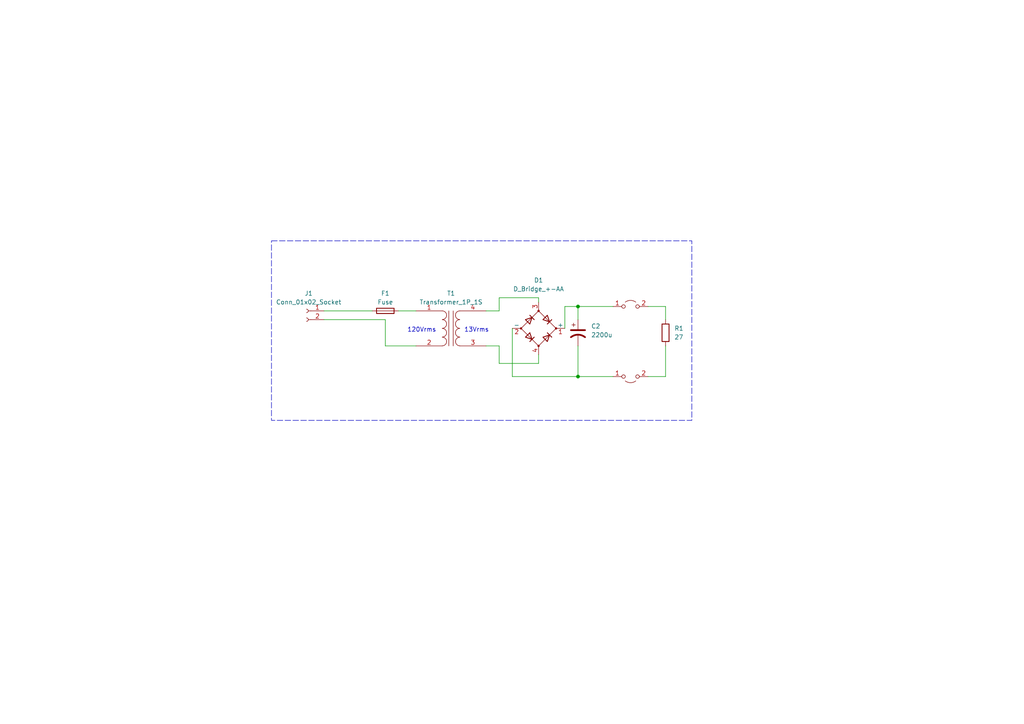
<source format=kicad_sch>
(kicad_sch (version 20230121) (generator eeschema)
  (paper "A4")
  (lib_symbols
    (symbol "Connector:Conn_01x02_Socket" (pin_names (offset 1.016) hide)
      (property "Reference" "J" (at 0 2.54 0))
      (property "Value" "Conn_01x02_Socket" (at 0 -5.08 0))
      (symbol "Conn_01x02_Socket_1_1"
        (arc (start 0 -2.032) (mid -0.5058 -2.54) (end 0 -3.048) (stroke (width 0.1524)))
        (polyline (pts (xy -1.27 -2.54) (xy -0.508 -2.54)) (stroke (width 0.1524)))
        (polyline (pts (xy -1.27 0) (xy -0.508 0)) (stroke (width 0.1524)))
        (arc (start 0 0.508) (mid -0.5058 0) (end 0 -0.508) (stroke (width 0.1524)))
        (pin passive line (at -5.08 0 0) (length 3.81) (name "Pin_1") (number "1"))
        (pin passive line (at -5.08 -2.54 0) (length 3.81) (name "Pin_2") (number "2"))
      )
    )
    (symbol "Device:C_Polarized_US" (pin_numbers hide) (pin_names (offset 0.254) hide)
      (property "Reference" "C" (at 0.635 2.54 0))
      (property "Value" "C_Polarized_US" (at 0.635 -2.54 0))
      (symbol "C_Polarized_US_0_1"
        (polyline (pts (xy -2.032 0.762) (xy 2.032 0.762)) (stroke (width 0.508)))
        (polyline (pts (xy -1.778 2.286) (xy -0.762 2.286)))
        (polyline (pts (xy -1.27 1.778) (xy -1.27 2.794)))
        (arc (start 2.032 -1.27) (mid 0 -0.5572) (end -2.032 -1.27) (stroke (width 0.508)))
      )
      (symbol "C_Polarized_US_1_1"
        (pin passive line (at 0 3.81 270) (length 2.794) (name "~") (number "1"))
        (pin passive line (at 0 -3.81 90) (length 3.302) (name "~") (number "2"))
      )
    )
    (symbol "Device:D_Bridge_+-AA" (pin_names (offset 0))
      (property "Reference" "D" (at 2.54 6.985 0))
      (property "Value" "D_Bridge_+-AA" (at 2.54 5.08 0))
      (symbol "D_Bridge_+-AA_0_1"
        (circle (center -5.08 0) (radius 0.254) (fill (type outline)))
        (circle (center 0 -5.08) (radius 0.254) (fill (type outline)))
        (polyline (pts (xy -2.54 3.81) (xy -1.27 2.54)) (stroke (width 0.254)))
        (polyline (pts (xy -1.27 -2.54) (xy -2.54 -3.81)) (stroke (width 0.254)))
        (polyline (pts (xy 2.54 -1.27) (xy 3.81 -2.54)) (stroke (width 0.254)))
        (polyline (pts (xy 2.54 1.27) (xy 3.81 2.54)) (stroke (width 0.254)))
        (polyline (pts (xy -3.81 2.54) (xy -2.54 1.27) (xy -1.905 3.175) (xy -3.81 2.54)) (stroke (width 0.254)))
        (polyline (pts (xy -2.54 -1.27) (xy -3.81 -2.54) (xy -1.905 -3.175) (xy -2.54 -1.27)) (stroke (width 0.254)))
        (polyline (pts (xy 1.27 2.54) (xy 2.54 3.81) (xy 3.175 1.905) (xy 1.27 2.54)) (stroke (width 0.254)))
        (polyline (pts (xy 3.175 -1.905) (xy 1.27 -2.54) (xy 2.54 -3.81) (xy 3.175 -1.905)) (stroke (width 0.254)))
        (polyline (pts (xy -5.08 0) (xy 0 -5.08) (xy 5.08 0) (xy 0 5.08) (xy -5.08 0)))
        (circle (center 0 5.08) (radius 0.254) (fill (type outline)))
        (circle (center 5.08 0) (radius 0.254) (fill (type outline)))
      )
      (symbol "D_Bridge_+-AA_1_1"
        (pin passive line (at 7.62 0 180) (length 2.54) (name "+") (number "1"))
        (pin passive line (at -7.62 0 0) (length 2.54) (name "-") (number "2"))
        (pin passive line (at 0 7.62 270) (length 2.54) (name "~") (number "3"))
        (pin passive line (at 0 -7.62 90) (length 2.54) (name "~") (number "4"))
      )
    )
    (symbol "Device:Fuse" (pin_numbers hide) (pin_names (offset 0))
      (property "Reference" "F" (at 2.032 0 90))
      (property "Value" "Fuse" (at -1.905 0 90))
      (symbol "Fuse_0_1"
        (rectangle (start -0.762 -2.54) (end 0.762 2.54) (stroke (width 0.254)))
        (polyline (pts (xy 0 2.54) (xy 0 -2.54)))
      )
      (symbol "Fuse_1_1"
        (pin passive line (at 0 3.81 270) (length 1.27) (name "~") (number "1"))
        (pin passive line (at 0 -3.81 90) (length 1.27) (name "~") (number "2"))
      )
    )
    (symbol "Device:R" (pin_numbers hide) (pin_names (offset 0))
      (property "Reference" "R" (at 2.032 0 90))
      (property "Value" "R" (at 0 0 90))
      (symbol "R_0_1"
        (rectangle (start -1.016 -2.54) (end 1.016 2.54) (stroke (width 0.254)))
      )
      (symbol "R_1_1"
        (pin passive line (at 0 3.81 270) (length 1.27) (name "~") (number "1"))
        (pin passive line (at 0 -3.81 90) (length 1.27) (name "~") (number "2"))
      )
    )
    (symbol "Device:Transformer_1P_1S" (pin_names (offset 1.016) hide)
      (property "Reference" "T" (at 0 6.35 0))
      (property "Value" "Transformer_1P_1S" (at 0 -7.62 0))
      (symbol "Transformer_1P_1S_0_1"
        (arc (start -2.54 -5.0546) (mid -1.6599 -4.6901) (end -1.27 -3.81))
        (arc (start -2.54 -2.5146) (mid -1.6599 -2.1501) (end -1.27 -1.27))
        (arc (start -2.54 0.0254) (mid -1.6599 0.3899) (end -1.27 1.27))
        (arc (start -2.54 2.5654) (mid -1.6599 2.9299) (end -1.27 3.81))
        (arc (start -1.27 -3.81) (mid -1.642 -2.912) (end -2.54 -2.54))
        (arc (start -1.27 -1.27) (mid -1.642 -0.372) (end -2.54 0))
        (arc (start -1.27 1.27) (mid -1.642 2.168) (end -2.54 2.54))
        (arc (start -1.27 3.81) (mid -1.642 4.708) (end -2.54 5.08))
        (polyline (pts (xy -0.635 5.08) (xy -0.635 -5.08)))
        (polyline (pts (xy 0.635 -5.08) (xy 0.635 5.08)))
        (arc (start 1.2954 -1.27) (mid 1.6599 -2.1501) (end 2.54 -2.5146))
        (arc (start 1.2954 1.27) (mid 1.6599 0.3899) (end 2.54 0.0254))
        (arc (start 1.2954 3.81) (mid 1.6599 2.9299) (end 2.54 2.5654))
        (arc (start 1.3208 -3.81) (mid 1.6853 -4.6901) (end 2.5654 -5.0546))
        (arc (start 2.54 0) (mid 1.642 -0.372) (end 1.2954 -1.27))
        (arc (start 2.54 2.54) (mid 1.642 2.168) (end 1.2954 1.27))
        (arc (start 2.54 5.08) (mid 1.642 4.708) (end 1.2954 3.81))
        (arc (start 2.5654 -2.54) (mid 1.6674 -2.912) (end 1.3208 -3.81))
      )
      (symbol "Transformer_1P_1S_1_1"
        (pin passive line (at -10.16 5.08 0) (length 7.62) (name "AA") (number "1"))
        (pin passive line (at -10.16 -5.08 0) (length 7.62) (name "AB") (number "2"))
        (pin passive line (at 10.16 -5.08 180) (length 7.62) (name "SA") (number "3"))
        (pin passive line (at 10.16 5.08 180) (length 7.62) (name "SB") (number "4"))
      )
    )
    (symbol "Jumper:Jumper_2_Open" (pin_names (offset 0) hide)
      (property "Reference" "JP" (at 0 2.794 0))
      (property "Value" "Jumper_2_Open" (at 0 -2.286 0))
      (symbol "Jumper_2_Open_0_0"
        (circle (center -2.032 0) (radius 0.508))
        (circle (center 2.032 0) (radius 0.508))
      )
      (symbol "Jumper_2_Open_0_1"
        (arc (start 1.524 1.27) (mid 0 1.778) (end -1.524 1.27))
      )
      (symbol "Jumper_2_Open_1_1"
        (pin passive line (at -5.08 0 0) (length 2.54) (name "A") (number "1"))
        (pin passive line (at 5.08 0 180) (length 2.54) (name "B") (number "2"))
      )
    )
  )
  (junction (at 167.64 88.9))
  (junction (at 167.64 109.22))
  (wire (pts (xy 156.21 86.36) (xy 144.78 86.36)))
  (wire (pts (xy 163.83 88.9) (xy 167.64 88.9)))
  (wire (pts (xy 144.78 105.41) (xy 156.21 105.41)))
  (wire (pts (xy 148.59 109.22) (xy 167.64 109.22)))
  (wire (pts (xy 167.64 88.9) (xy 177.8 88.9)))
  (wire (pts (xy 193.04 88.9) (xy 193.04 92.71)))
  (wire (pts (xy 167.64 100.33) (xy 167.64 109.22)))
  (wire (pts (xy 111.76 100.33) (xy 120.65 100.33)))
  (wire (pts (xy 144.78 86.36) (xy 144.78 90.17)))
  (wire (pts (xy 144.78 90.17) (xy 140.97 90.17)))
  (wire (pts (xy 148.59 95.25) (xy 148.59 109.22)))
  (wire (pts (xy 163.83 95.25) (xy 163.83 88.9)))
  (wire (pts (xy 93.98 92.71) (xy 111.76 92.71)))
  (wire (pts (xy 167.64 88.9) (xy 167.64 92.71)))
  (wire (pts (xy 156.21 105.41) (xy 156.21 102.87)))
  (wire (pts (xy 93.98 90.17) (xy 107.95 90.17)))
  (wire (pts (xy 144.78 100.33) (xy 144.78 105.41)))
  (wire (pts (xy 111.76 92.71) (xy 111.76 100.33)))
  (wire (pts (xy 167.64 109.22) (xy 177.8 109.22)))
  (wire (pts (xy 156.21 87.63) (xy 156.21 86.36)))
  (wire (pts (xy 193.04 109.22) (xy 193.04 100.33)))
  (wire (pts (xy 140.97 100.33) (xy 144.78 100.33)))
  (wire (pts (xy 187.96 109.22) (xy 193.04 109.22)))
  (wire (pts (xy 187.96 88.9) (xy 193.04 88.9)))
  (wire (pts (xy 115.57 90.17) (xy 120.65 90.17)))
  (rectangle (start 78.74 69.85) (end 200.66 121.92) (stroke (width 0) (type dash)))
  (text "120Vrms" (at 118.11 96.52 0) (effects (font (size 1.27 1.27)) (justify left bottom)))
  (text "13Vrms" (at 134.62 96.52 0) (effects (font (size 1.27 1.27)) (justify left bottom)))
  (symbol (lib_id "Jumper:Jumper_2_Open") (at 182.88 88.9 0) (unit 1)
    (property "Reference" "JP1" (effects hide))
    (property "Value" "Jumper_2_Open" (effects hide))
  )
  (symbol (lib_id "Device:Transformer_1P_1S") (at 130.81 95.25 0) (unit 1)
    (property "Reference" "T1" (at 130.8227 85.09 0))
    (property "Value" "Transformer_1P_1S" (at 130.8227 87.63 0))
  )
  (symbol (lib_id "Device:Fuse") (at 111.76 90.17 90) (unit 1)
    (property "Reference" "F1" (at 111.76 85.09 90))
    (property "Value" "Fuse" (at 111.76 87.63 90))
  )
  (symbol (lib_id "Jumper:Jumper_2_Open") (at 182.88 109.22 0) (mirror x) (unit 1)
    (property "Reference" "JP2" (effects hide))
    (property "Value" "Jumper_2_Open" (effects hide))
  )
  (symbol (lib_id "Device:C_Polarized_US") (at 167.64 96.52 0) (unit 1)
    (property "Reference" "C2" (at 171.45 94.615 0) (effects (justify left)))
    (property "Value" "2200u" (at 171.45 97.155 0) (effects (justify left)))
  )
  (symbol (lib_id "Device:R") (at 193.04 96.52 0) (unit 1)
    (property "Reference" "R1" (at 195.58 95.25 0) (effects (justify left)))
    (property "Value" "27" (at 195.58 97.79 0) (effects (justify left)))
  )
  (symbol (lib_id "Device:D_Bridge_+-AA") (at 156.21 95.25 0) (unit 1)
    (property "Reference" "D1" (at 156.21 81.28 0))
    (property "Value" "D_Bridge_+-AA" (at 156.21 83.82 0))
  )
  (symbol (lib_id "Connector:Conn_01x02_Socket") (at 88.9 90.17 0) (mirror y) (unit 1)
    (property "Reference" "J1" (at 89.535 85.09 0))
    (property "Value" "Conn_01x02_Socket" (at 89.535 87.63 0))
  )
)
</source>
